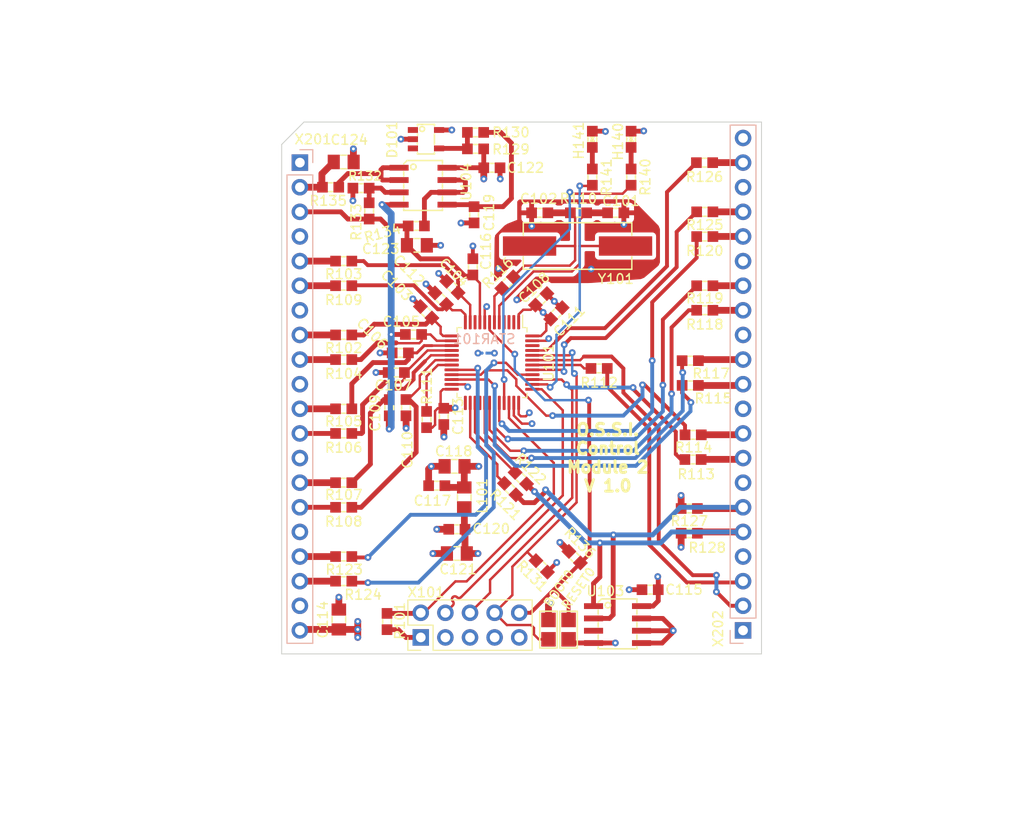
<source format=kicad_pcb>
(kicad_pcb (version 20221018) (generator pcbnew)
  (layers (0 "F.Cu" signal) (1 "In1.Cu" signal) (2 "In2.Cu" signal) (31 "B.Cu" signal) (34 "B.Paste" user) (35 "F.Paste" user) (36 "B.SilkS" user "B.Silkscreen") (37 "F.SilkS" user "F.Silkscreen") (38 "B.Mask" user) (39 "F.Mask" user) (44 "Edge.Cuts" user))
  (net 0 "")
  (net 1 "GND")
  (net 2 "Net-(U101B-PH0{slash}OSC_IN)")
  (net 3 "Net-(C102-Pad2)")
  (net 4 "AGND")
  (net 5 "Net-(U101C-PA1{slash}ADC1_In6)")
  (net 6 "Net-(U101C-PA7{slash}ADC12_In12)")
  (net 7 "Net-(U101C-PA2{slash}ADC12_In7)")
  (net 8 "Net-(U101C-PA3{slash}ADC12_In8)")
  (net 9 "Net-(U101C-PA4{slash}ADC12_In9)")
  (net 10 "+3V3")
  (net 11 "Net-(U101C-PA5{slash}ADC12_In10)")
  (net 12 "Net-(U101C-PA6{slash}ADC12_In11)")
  (net 13 "Net-(U101C-PB0{slash}ADC12_In15)")
  (net 14 "2V50_REF")
  (net 15 "Net-(C119-Pad2)")
  (net 16 "1V25_REF")
  (net 19 "Net-(D101-K)")
  (net 20 "Net-(H140-PadA)")
  (net 21 "Net-(H141-PadA)")
  (net 22 "DC_Link_Voltage")
  (net 23 "AC_Grid_Voltage")
  (net 24 "AC_Current")
  (net 25 "AC_Relay_Voltage")
  (net 26 "DC_Input_Voltage")
  (net 27 "DC_Current")
  (net 28 "AC_Inverter_Voltage")
  (net 29 "Relay_Ctrl_Voltage")
  (net 30 "Net-(U101A-PB1)")
  (net 31 "UART_TX")
  (net 32 "Net-(U101A-PB6{slash}UART1_TX)")
  (net 33 "HISIDE_PWM_µC")
  (net 34 "Boost_T1")
  (net 35 "Net-(U101A-PB10{slash}T2Ch3)")
  (net 36 "Relay_Voltage_Ctrl")
  (net 37 "Net-(U101A-PB11{slash}T2Ch4)")
  (net 38 "Net-(U101B-PH1{slash}OSC_OUT)")
  (net 39 "Net-(U101A-PA8{slash}T1Ch1)")
  (net 40 "Bridge_T1")
  (net 41 "Net-(U101A-PA9{slash}T1Ch2)")
  (net 42 "Bridge_T2")
  (net 43 "Net-(U101A-PA10{slash}T1Ch3)")
  (net 44 "Bridge_T3")
  (net 45 "Net-(U101A-PA11{slash}T1Ch4)")
  (net 46 "Bridge_T4")
  (net 47 "Net-(U101A-PB13{slash}I2C2_CLK)")
  (net 48 "I2C_Clk")
  (net 49 "Net-(U101A-PB14{slash}I2C2_DAT)")
  (net 50 "I2C_Dat")
  (net 51 "Net-(U101A-PB2)")
  (net 52 "LED_Red_Ctrl")
  (net 53 "Net-(U101A-PB4)")
  (net 54 "LED_Green_Ctrl")
  (net 55 "Net-(U101A-PB5)")
  (net 56 "Inv_Relay_Ctrl")
  (net 57 "Net-(U101A-PB8)")
  (net 58 "Grid_Relay_Ctrl")
  (net 59 "Net-(U101A-PA12)")
  (net 60 "Net-(R132-Pad1)")
  (net 61 "Net-(R134-Pad1)")
  (net 62 "Net-(R135-Pad1)")
  (net 63 "Net-(U101A-PA15)")
  (net 70 "/SWD_DIO{slash}PA13")
  (net 71 "/TRACE_SWO{slash}PB3")
  (net 72 "/SWD_CLK{slash}PA14")
  (net 73 "UART_RX")
  (net 75 "Net-(U101B-PH3{slash}BOOT0)")
  (net 76 "Net-(U101B-~{RST})")
  (net 79 "+3V3_ANA")
  (footprint "OSSI_standard_footprints:0603_W" (layer "F.Cu") (at 144.325 119.125 135)
    (fp_text reference "R131")
    (fp_text value "10k")
  )
  (footprint "OSSI_standard_footprints:0603_W" (layer "F.Cu") (at 153.55 78.9658 90)
    (fp_text reference "R140")
    (fp_text value "220")
  )
  (footprint "OSSI_standard_footprints:0603_W_LED" (layer "F.Cu") (at 153.55 75.0658 90)
    (fp_text reference "H140")
    (fp_text value "LED")
  )
  (footprint "OSSI_standard_footprints:0603_W" (layer "F.Cu") (at 144.125 82.650001)
    (fp_text reference "C102")
    (fp_text value "12p")
  )
  (footprint "OSSI_standard_footprints:0603_W" (layer "F.Cu") (at 123.9 120.65 180)
    (fp_text reference "R124")
    (fp_text value "220")
  )
  (footprint "OSSI_standard_footprints:SOT-23-5" (layer "F.Cu") (at 132.3882 75.054 -90)
    (fp_text reference "D101")
    (fp_text value "LM4030")
  )
  (footprint "OSSI_standard_footprints:0603_W" (layer "F.Cu") (at 159.95 105.554 180)
    (fp_text reference "R114")
    (fp_text value "220")
  )
  (footprint "OSSI_standard_footprints:0603_W" (layer "F.Cu") (at 125.6882 80.104 180)
    (fp_text reference "R132")
    (fp_text value "1k0")
  )
  (footprint "OSSI_standard_footprints:JUMPER_OPEN" (layer "F.Cu") (at 147.1 125.65 90)
    (fp_text reference "RESET0")
    (fp_text value "Solder_bridge_open" hide)
  )
  (footprint "OSSI_standard_footprints:0603_W" (layer "F.Cu") (at 159.65 100.454 180)
    (fp_text reference "R115")
    (fp_text value "220")
  )
  (footprint "OSSI_standard_footprints:0603_W" (layer "F.Cu") (at 123.9 102.87)
    (fp_text reference "R105")
    (fp_text value "220")
  )
  (footprint "OSSI_standard_footprints:0603_W" (layer "F.Cu") (at 155.5118 121.529001)
    (fp_text reference "C115")
    (fp_text value "100n")
  )
  (footprint "OSSI_standard_footprints:0603_W" (layer "F.Cu") (at 123.9 118.11 180)
    (fp_text reference "R123")
    (fp_text value "220")
  )
  (footprint "OSSI_standard_footprints:0603_W" (layer "F.Cu") (at 140.8 89.85 45)
    (fp_text reference "R116")
    (fp_text value "0R0")
  )
  (footprint "OSSI_standard_footprints:0603_W" (layer "F.Cu") (at 141.075 111.15 -45)
    (fp_text reference "R121")
    (fp_text value "220")
  )
  (footprint "OSSI_standard_footprints:0603_W" (layer "F.Cu") (at 129.7382 97.1)
    (fp_text reference "C106")
    (fp_text value "10n")
  )
  (footprint "OSSI_standard_footprints:0805_W" (layer "F.Cu") (at 136.3368 112.004 -90)
    (fp_text reference "L101")
    (fp_text value "Ferrite")
  )
  (footprint "OSSI_standard_footprints:0603_W" (layer "F.Cu") (at 159.55 113.154)
    (fp_text reference "R127")
    (fp_text value "4k7")
  )
  (footprint "OSSI_standard_footprints:0603_W" (layer "F.Cu") (at 123.9 95.25)
    (fp_text reference "R102")
    (fp_text value "220")
  )
  (footprint "OSSI_standard_footprints:0603_W" (layer "F.Cu") (at 123.9 97.79)
    (fp_text reference "R104")
    (fp_text value "220")
  )
  (footprint "OSSI_standard_footprints:0603_W" (layer "F.Cu") (at 123.9 90.17)
    (fp_text reference "R109")
    (fp_text value "220")
  )
  (footprint "OSSI_standard_footprints:0603_W" (layer "F.Cu") (at 133.907303 91.507303 -45)
    (fp_text reference "C112")
    (fp_text value "10n")
  )
  (footprint "OSSI_standard_footprints:0603_W" (layer "F.Cu") (at 161.15 92.7)
    (fp_text reference "R118")
    (fp_text value "220")
  )
  (footprint "OSSI_standard_footprints:0603_W" (layer "F.Cu") (at 123.9 105.41)
    (fp_text reference "R106")
    (fp_text value "220")
  )
  (footprint "OSSI_standard_footprints:0603_W" (layer "F.Cu") (at 137.225 88.225 -90)
    (fp_text reference "C116")
    (fp_text value "100n")
  )
  (footprint "OSSI_standard_footprints:0603_W" (layer "F.Cu") (at 135.575 115.2974)
    (fp_text reference "C120")
    (fp_text value "100n")
  )
  (footprint "OSSI_standard_footprints:SOIC8" (layer "F.Cu") (at 132.0882 79.904 -90)
    (fp_text reference "U104")
    (fp_text value "OPA2317")
  )
  (footprint "OSSI_standard_footprints:0603_W" (layer "F.Cu") (at 161.15 90.175)
    (fp_text reference "R119")
    (fp_text value "220")
  )
  (footprint "OSSI_standard_footprints:0805_W" (layer "F.Cu") (at 123.9 77.404 180)
    (fp_text reference "C124")
    (fp_text value "1µ/6.3V")
  )
  (footprint "OSSI_standard_footprints:0603_W" (layer "F.Cu") (at 142.175 110.025 -45)
    (fp_text reference "R122")
    (fp_text value "220")
  )
  (footprint "OSSI_standard_footprints:0603_W" (layer "F.Cu") (at 131.3882 84.004 180)
    (fp_text reference "R134")
    (fp_text value "220")
  )
  (footprint "OSSI_standard_footprints:0603_W" (layer "F.Cu") (at 131.1 95.2)
    (fp_text reference "C105")
    (fp_text value "10n")
  )
  (footprint "OSSI_standard_footprints:JUMPER_OPEN" (layer "F.Cu") (at 145.025 125.65 -90)
    (fp_text reference "BOOT0")
    (fp_text value "Solder_bridge_open")
  )
  (footprint "OSSI_standard_footprints:0603_W" (layer "F.Cu") (at 126.5264 82.454 -90)
    (fp_text reference "R133")
    (fp_text value "1k0")
  )
  (footprint "OSSI_standard_footprints:0603_W" (layer "F.Cu") (at 161.15 85.1)
    (fp_text reference "R120")
    (fp_text value "220")
  )
  (footprint "OSSI_standard_footprints:SOIC8" (layer "F.Cu") (at 152.150001 125.129 -90)
    (fp_text reference "U103")
    (fp_text value "LM75B")
  )
  (footprint "OSSI_standard_footprints:0603_W" (layer "F.Cu") (at 137.5 76.054 180)
    (fp_text reference "R129")
    (fp_text value "3k3")
  )
  (footprint "OSSI_standard_footprints:0603_W" (layer "F.Cu") (at 123.9 110.49)
    (fp_text reference "R107")
    (fp_text value "220")
  )
  (footprint "OSSI_standard_footprints:0603_W_LED" (layer "F.Cu") (at 149.55 75.0658 90)
    (fp_text reference "H141")
    (fp_text value "LED")
  )
  (footprint "OSSI_standard_footprints:0603_W" (layer "F.Cu") (at 122.55 80.01 180)
    (fp_text reference "R135")
    (fp_text value "220")
  )
  (footprint "OSSI_standard_footprints:0603_W" (layer "F.Cu") (at 128.6 102.754 90)
    (fp_text reference "C109")
    (fp_text value "10n")
  )
  (footprint "OSSI_standard_footprints:0603_W" (layer "F.Cu") (at 148.125 82.65 180)
    (fp_text reference "R110")
    (fp_text value "1M0")
  )
  (footprint "OSSI_standard_footprints:0603_W" (layer "F.Cu") (at 159.9368 108.1 180)
    (fp_text reference "R113")
    (fp_text value "220")
  )
  (footprint "OSSI_standard_footprints:0603_W" (layer "F.Cu") (at 132.45 103.975 90)
    (fp_text reference "R111")
    (fp_text value "10k")
  )
  (footprint "OSSI_standard_footprints:0805_W" (layer "F.Cu") (at 123.4 124.604 -90)
    (fp_text reference "C114")
    (fp_text value "1µ/6.3V")
  )
  (footprint "OSSI_standard_footprints:0603_W" (layer "F.Cu") (at 134.225 103.65 90)
    (fp_text reference "C113")
    (fp_text value "100n")
  )
  (footprint "OSSI_standard_footprints:0603_W" (layer "F.Cu") (at 123.9 113.03)
    (fp_text reference "R108")
    (fp_text value "220")
  )
  (footprint "OSSI_standard_footprints:0603_W" (layer "F.Cu") (at 161.125 77.475)
    (fp_text reference "R126")
    (fp_text value "220")
  )
  (footprint "OSSI_standard_footprints:0603_W" (layer "F.Cu") (at 132.407303 92.907303 -45)
    (fp_text reference "C103")
    (fp_text value "10n")
  )
  (footprint "Package_QFP:LQFP-48_7x7mm_P0.5mm" (layer "F.Cu") (at 139.2 98.1 -90)
    (fp_text reference "U101")
    (fp_text value "STM32L412C8T6")
  )
  (footprint "OSSI_standard_footprints:HC49_US" (layer "F.Cu") (at 148.025 86.075 180)
    (fp_text reference "Y101")
    (fp_text value "10MHz" hide)
  )
  (footprint "OSSI_standard_footprints:0603_W" (layer "F.Cu") (at 149.55 78.9658 90)
    (fp_text reference "R141")
    (fp_text value "220")
  )
  (footprint "OSSI_standard_footprints:0603_W" (layer "F.Cu") (at 144.272103 91.575 -135)
    (fp_text reference "C108")
    (fp_text value "100n")
  )
  (footprint "OSSI_standard_footprints:0603_W" (layer "F.Cu") (at 159.55 115.704)
    (fp_text reference "R128")
    (fp_text value "4k7")
  )
  (footprint "OSSI_standard_footprints:0603_W" (layer "F.Cu") (at 130.325 102.75 90)
    (fp_text reference "C110")
    (fp_text value "10n")
  )
  (footprint "Connector_PinHeader_2.54mm:PinHeader_2x05_P2.54mm_Vertical" (layer "F.Cu") (at 131.85 126.454 90)
    (fp_text reference "X101")
    (fp_text value "PINHEADER_2×5" hide)
  )
  (footprint "OSSI_standard_footprints:0603_W" (layer "F.Cu") (at 135.107303 90.307303 -45)
    (fp_text reference "C104")
    (fp_text value "10n")
  )
  (footprint "OSSI_standard_footprints:0603_W" (layer "F.Cu") (at 161.15 82.55)
    (fp_text reference "R125")
    (fp_text value "220")
  )
  (footprint "OSSI_standard_footprints:0603_W" (layer "F.Cu") (at 147.725 118.175 -45)
    (fp_text reference "R136")
    (fp_text value "10k")
  )
  (footprint "OSSI_standard_footprints:0603_W" (layer "F.Cu") (at 137.5 74.354)
    (fp_text reference "R130")
    (fp_text value "220")
  )
  (footprint "OSSI_standard_footprints:0603_W" (layer "F.Cu") (at 129.325 99.125)
    (fp_text reference "C107")
    (fp_text value "10n")
  )
  (footprint "OSSI_standard_footprints:0805_W" (layer "F.Cu") (at 131.45 86.004 180)
    (fp_text reference "C123")
    (fp_text value "1µ/6.3V")
  )
  (footprint "OSSI_standard_footprints:0603_W" (layer "F.Cu") (at 133.5 110.8)
    (fp_text reference "C117")
    (fp_text value "100n")
  )
  (footprint "OSSI_standard_footprints:0603_W" (layer "F.Cu") (at 137.35 82.854 90)
    (fp_text reference "C119")
    (fp_text value "10n")
  )
  (footprint "OSSI_standard_footprints:0805_W" (layer "F.Cu") (at 135.3368 108.804)
    (fp_text reference "C118")
    (fp_text value "1µ/6.3V")
  )
  (footprint "OSSI_standard_footprints:0603_W" (layer "F.Cu") (at 123.9 87.63)
    (fp_text reference "R103")
    (fp_text value "220")
  )
  (footprint "OSSI_standard_footprints:0603_W" (layer "F.Cu") (at 150.25 98.704)
    (fp_text reference "R112")
    (fp_text value "220")
  )
  (footprint "OSSI_standard_footprints:0603_W" (layer "F.Cu") (at 151.963199 82.65 180)
    (fp_text reference "C101")
    (fp_text value "12p")
  )
  (footprint "OSSI_standard_footprints:0603_W" (layer "F.Cu") (at 145.85 93.025 -135)
    (fp_text reference "C111")
    (fp_text value "100n")
  )
  (footprint "OSSI_standard_footprints:0603_W" (layer "F.Cu") (at 128.37 124.814 90)
    (fp_text reference "R101")
    (fp_text value "10k")
  )
  (footprint "OSSI_standard_footprints:0603_W" (layer "F.Cu") (at 159.65 97.904)
    (fp_text reference "R117")
    (fp_text value "220")
  )
  (footprint "OSSI_standard_footprints:0603_W" (layer "F.Cu") (at 139.1882 78.004 180)
    (fp_text reference "C122")
    (fp_text value "100n")
  )
  (footprint "OSSI_standard_footprints:0805_W" (layer "F.Cu") (at 135.575 117.7974)
    (fp_text reference "C121")
    (fp_text value "1µ/6.3V")
  )
  (footprint "Connector_PinHeader_2.54mm:PinHeader_1x20_P2.54mm_Vertical" (layer "B.Cu") (at 119.38 77.47 180)
    (fp_text reference "X201")
    (fp_text value "Conn_01x20_Pin")
  )
  (footprint "OSSI_standard_footprints:STARPOINT" (layer "B.Cu") (at 138.4 97.125)
    (fp_text reference "STAR101")
    (fp_text value "STARPOINT")
  )
  (footprint "Connector_PinHeader_2.54mm:PinHeader_1x21_P2.54mm_Vertical" (layer "B.Cu") (at 165.1 125.73)
    (fp_text reference "X202")
    (fp_text value "Conn_01x21_Pin")
  )
  (gr_line (start 119.8 73.286) (end 167 73.286) (stroke (width 0.1)) (layer "Edge.Cuts"))
  (gr_line (start 117.5 128.15) (end 117.5 75.6) (stroke (width 0.1)) (layer "Edge.Cuts"))
  (gr_line (start 167 128.15) (end 117.5 128.15) (stroke (width 0.1)) (layer "Edge.Cuts"))
  (gr_line (start 117.5 75.6) (end 119.8 73.286) (stroke (width 0.1)) (layer "Edge.Cuts"))
  (gr_line (start 167 73.286) (end 167 128.15) (stroke (width 0.1)) (layer "Edge.Cuts"))
  (gr_text "O.S.S.I.\nControl\nModule 2\nV 1.0" (at 151.15 111.525) (layer "F.SilkS") (effects (font (size 1.2 1.2) (thickness 0.3) bold) (justify bottom)))
  (segment (start 144.8648 91.0148) (end 145.625 91.775) (width 0.4) (layer "F.Cu") (net 1))
  (segment (start 134.7368 115.2974) (end 133.5 115.2974) (width 0.7) (layer "F.Cu") (net 1))
  (segment (start 134.225 105.75) (end 134.25 105.775) (width 0.7) (layer "F.Cu") (net 1))
  (segment (start 135.0375 100.35) (end 136.45 100.35) (width 0.25) (layer "F.Cu") (net 1))
  (segment (start 143.3 84.025) (end 143.3 82.663201) (width 0.4) (layer "F.Cu") (net 1))
  (segment (start 144.917697 119.682303) (end 145.875 118.725) (width 0.4) (layer "F.Cu") (net 1))
  (segment (start 152.8 83.85) (end 152.801399 83.848601) (width 0.4) (layer "F.Cu") (net 1))
  (segment (start 140.65 84.025) (end 143.3 84.025) (width 0.25) (layer "F.Cu") (net 1))
  (segment (start 157.8 125.729) (end 157.8 125.479) (width 0.5) (layer "F.Cu") (net 1))
  (segment (start 156.815 124.494) (end 154.625 124.494) (width 0.5) (layer "F.Cu") (net 1))
  (segment (start 151.925 127.025) (end 150.875 127.025) (width 0.5) (layer "F.Cu") (net 1))
  (segment (start 144.8245 95.85) (end 145.05 95.6245) (width 0.25) (layer "F.Cu") (net 1))
  (segment (start 157.8 125.729) (end 157.8 125.979) (width 0.5) (layer "F.Cu") (net 1))
  (segment (start 146.282303 92.432303) (end 145.625 91.775) (width 0.4) (layer "F.Cu") (net 1))
  (segment (start 156.745 127.034) (end 154.625 127.034) (width 0.5) (layer "F.Cu") (net 1))
  (segment (start 157.765 125.764) (end 157.8 125.729) (width 0.5) (layer "F.Cu") (net 1))
  (segment (start 123.4 123.579) (end 123.4 122.304) (width 0.7) (layer "F.Cu") (net 1))
  (segment (start 143.325 104.4) (end 142.288604 104.4) (width 0.25) (layer "F.Cu") (net 1))
  (segment (start 157.8 125.479) (end 156.815 124.494) (width 0.5) (layer "F.Cu") (net 1))
  (segment (start 134.55 117.7974) (end 133.1 117.7974) (width 0.7) (layer "F.Cu") (net 1))
  (segment (start 152.801399 83.848601) (end 152.801399 82.65) (width 0.4) (layer "F.Cu") (net 1))
  (segment (start 157.8 125.979) (end 156.745 127.034) (width 0.5) (layer "F.Cu") (net 1))
  (segment (start 154.625 125.764) (end 157.765 125.764) (width 0.5) (layer "F.Cu") (net 1))
  (segment (start 150.875 127.025) (end 147.475 127.025) (width 0.5) (layer "F.Cu") (net 1))
  (segment (start 139.65 85.025) (end 140.65 84.025) (width 0.25) (layer "F.Cu") (net 1))
  (segment (start 153.55 74.2276) (end 154.8264 74.2276) (width 0.5) (layer "F.Cu") (net 1))
  (segment (start 150.875 127.025) (end 149.684 127.025) (width 0.5) (layer "F.Cu") (net 1))
  (segment (start 154.8264 74.2276) (end 154.85 74.204) (width 0.5) (layer "F.Cu") (net 1))
  (segment (start 136.45 100.35) (end 136.7 100.6) (width 0.25) (layer "F.Cu") (net 1))
  (segment (start 139.65 88.175) (end 139.65 85.025) (width 0.25) (layer "F.Cu") (net 1))
  (segment (start 139.875 88.4) (end 139.65 88.175) (width 0.25) (layer "F.Cu") (net 1))
  (segment (start 149.55 74.2276) (end 150.8736 74.2276) (width 0.5) (layer "F.Cu") (net 1))
  (segment (start 134.225 104.4882) (end 134.225 105.75) (width 0.7) (layer "F.Cu") (net 1))
  (segment (start 154.6736 121.529) (end 153.35 121.529) (width 0.5) (layer "F.Cu") (net 1))
  (segment (start 143.3625 95.85) (end 144.8245 95.85) (width 0.25) (layer "F.Cu") (net 1))
  (segment (start 150.8736 74.2276) (end 150.9 74.254) (width 0.5) (layer "F.Cu") (net 1))
  (segment (start 142.288604 104.4) (end 141.45 103.561396) (width 0.25) (layer "F.Cu") (net 1))
  (segment (start 141.45 103.561396) (end 141.45 102.2625) (width 0.25) (layer "F.Cu") (net 1))
  (via (at 151.925 127.025) (size 0.7) (drill 0.3) (layers "F.Cu" "B.Cu") (net 1))
  (via (at 152.8 83.85) (size 0.7) (drill 0.3) (layers "F.Cu" "B.Cu") (net 1))
  (via (at 145.05 95.6245) (size 0.7) (drill 0.3) (layers "F.Cu" "B.Cu") (net 1))
  (via (at 133.1 117.7974) (size 0.7) (drill 0.3) (layers "F.Cu" "B.Cu") (net 1))
  (via (at 136.7 100.6) (size 0.7) (drill 0.3) (layers "F.Cu" "B.Cu") (net 1))
  (via (at 141.75 91.625) (size 0.7) (drill 0.3) (layers "F.Cu" "B.Cu") (net 1))
  (via (at 149.425 88.45) (size 0.7) (drill 0.3) (layers "F.Cu" "B.Cu") (net 1))
  (via (at 145.875 118.725) (size 0.7) (drill 0.3) (layers "F.Cu" "B.Cu") (net 1))
  (via (at 134.25 105.775) (size 0.7) (drill 0.3) (layers "F.Cu" "B.Cu") (net 1))
  (via (at 154.85 74.204) (size 0.7) (drill 0.3) (layers "F.Cu" "B.Cu") (net 1))
  (via (at 139.45 97.125) (size 0.7) (drill 0.3) (layers "F.Cu" "B.Cu") (net 1))
  (via (at 139.875 88.4) (size 0.7) (drill 0.3) (layers "F.Cu" "B.Cu") (net 1))
  (via (at 143.3 84.025) (size 0.7) (drill 0.3) (layers "F.Cu" "B.Cu") (net 1))
  (via (at 133.5 115.2974) (size 0.7) (drill 0.3) (layers "F.Cu" "B.Cu") (net 1))
  (via (at 153.35 121.529) (size 0.7) (drill 0.3) (layers "F.Cu" "B.Cu") (net 1))
  (via (at 123.4 122.304) (size 0.7) (drill 0.3) (layers "F.Cu" "B.Cu") (net 1))
  (via (at 157.9 125.754) (size 0.7) (drill 0.3) (layers "F.Cu" "B.Cu") (net 1))
  (via (at 143.325 104.4) (size 0.7) (drill 0.3) (layers "F.Cu" "B.Cu") (net 1))
  (via (at 150.9 74.254) (size 0.7) (drill 0.3) (layers "F.Cu" "B.Cu") (net 1))
  (via (at 145.625 91.775) (size 0.7) (drill 0.3) (layers "F.Cu" "B.Cu") (net 1))
  (segment (start 138.7 97.125) (end 139.3 97.125) (width 0.3) (layer "B.Cu") (net 1))
  (segment (start 147.45 88.7) (end 148.225 87.925) (width 0.25) (layer "F.Cu") (net 2))
  (segment (start 148.225 86.075) (end 152.975 86.075) (width 0.25) (layer "F.Cu") (net 2))
  (segment (start 148.225 86.075) (end 148.225 83.3882) (width 0.25) (layer "F.Cu") (net 2))
  (segment (start 139.95 92.236396) (end 143.486396 88.7) (width 0.25) (layer "F.Cu") (net 2))
  (segment (start 143.486396 88.7) (end 147.45 88.7) (width 0.25) (layer "F.Cu") (net 2))
  (segment (start 148.963201 82.65) (end 151.124999 82.65) (width 0.7) (layer "F.Cu") (net 2))
  (segment (start 139.95 93.9375) (end 139.95 92.236396) (width 0.25) (layer "F.Cu") (net 2))
  (segment (start 148.225 87.925) (end 148.225 86.075) (width 0.25) (layer "F.Cu") (net 2))
  (segment (start 148.225 83.3882) (end 148.9632 82.65) (width 0.25) (layer "F.Cu") (net 2))
  (segment (start 143.075 86.075) (end 147.75 86.075) (width 0.25) (layer "F.Cu") (net 3))
  (segment (start 147.75 86.075) (end 147.775 86.1) (width 0.25) (layer "F.Cu") (net 3))
  (segment (start 147.225 88.1) (end 142.55 88.1) (width 0.25) (layer "F.Cu") (net 3))
  (segment (start 142.55 88.1) (end 141.392697 89.257303) (width 0.25) (layer "F.Cu") (net 3))
  (segment (start 147.775 87.55) (end 147.225 88.1) (width 0.25) (layer "F.Cu") (net 3))
  (segment (start 147.775 86.1) (end 147.775 87.55) (width 0.25) (layer "F.Cu") (net 3))
  (segment (start 147.75 86.075) (end 147.775 86.05) (width 0.25) (layer "F.Cu") (net 3))
  (segment (start 144.9632 82.650001) (end 147.2868 82.65) (width 0.7) (layer "F.Cu") (net 3))
  (segment (start 147.775 86.05) (end 147.775 83.1382) (width 0.25) (layer "F.Cu") (net 3))
  (segment (start 147.775 83.1382) (end 147.2868 82.65) (width 0.25) (layer "F.Cu") (net 3))
  (segment (start 127.855 81.809) (end 127.85 81.804) (width 0.5) (layer "F.Cu") (net 4))
  (segment (start 137.225 87.3) (end 137.225 86.075) (width 0.4) (layer "F.Cu") (net 4))
  (segment (start 137.35 83.6922) (end 136.0118 83.6922) (width 0.5) (layer "F.Cu") (net 4))
  (segment (start 132.9368 108.804) (end 132.6618 109.079) (width 0.7) (layer "F.Cu") (net 4))
  (segment (start 131.814606 92.314606) (end 131.028445 91.528445) (width 0.5) (layer "F.Cu") (net 4))
  (segment (start 133.349961 90.949962) (end 132.387023 89.987024) (width 0.5) (layer "F.Cu") (net 4))
  (segment (start 134.3118 108.804) (end 132.9368 108.804) (width 0.7) (layer "F.Cu") (net 4))
  (segment (start 129.9691 95.2) (end 128.8309 95.2) (width 0.5) (layer "F.Cu") (net 4))
  (segment (start 138.45 93.9375) (end 138.45 92.525) (width 0.25) (layer "F.Cu") (net 4))
  (segment (start 130.343523 104.875) (end 130.325 103.5882) (width 0.7) (layer "F.Cu") (net 4))
  (segment (start 138.45 92.525) (end 138.65 92.325) (width 0.25) (layer "F.Cu") (net 4))
  (segment (start 132.475 86.004) (end 133.9 86.004) (width 0.5) (layer "F.Cu") (net 4))
  (segment (start 129.6132 81.809) (end 127.855 81.809) (width 0.5) (layer "F.Cu") (net 4))
  (segment (start 127.225 99.125) (end 128.4868 99.125) (width 0.5) (layer "F.Cu") (net 4))
  (segment (start 124.85 80.104) (end 124.85 81.404) (width 0.5) (layer "F.Cu") (net 4))
  (segment (start 133.7382 74.104) (end 135.05 74.104) (width 0.5) (layer "F.Cu") (net 4))
  (segment (start 132.6618 109.079) (end 132.6618 110.8) (width 0.7) (layer "F.Cu") (net 4))
  (segment (start 128.9 97.1) (end 127.65 97.1) (width 0.5) (layer "F.Cu") (net 4))
  (segment (start 128.6 103.5922) (end 128.6 104.954) (width 0.7) (layer "F.Cu") (net 4))
  (segment (start 131.0382 75.054) (end 129.8 75.054) (width 0.5) (layer "F.Cu") (net 4))
  (segment (start 140.0264 78.004) (end 140.0264 79.1304) (width 0.5) (layer "F.Cu") (net 4))
  (segment (start 124.9 76.054) (end 124.9 77.379) (width 0.7) (layer "F.Cu") (net 4))
  (segment (start 140.0264 79.1304) (end 140.05 79.154) (width 0.5) (layer "F.Cu") (net 4))
  (segment (start 136.0118 83.6922) (end 136 83.704) (width 0.5) (layer "F.Cu") (net 4))
  (segment (start 134.514606 89.714606) (end 133.7 88.9) (width 0.4) (layer "F.Cu") (net 4))
  (via (at 136 83.704) (size 0.7) (drill 0.3) (layers "F.Cu" "B.Cu") (net 4))
  (via (at 137.225 86.075) (size 0.7) (drill 0.3) (layers "F.Cu" "B.Cu") (net 4))
  (via (at 133.9 86.004) (size 0.7) (drill 0.3) (layers "F.Cu" "B.Cu") (net 4))
  (via (at 124.85 81.404) (size 0.7) (drill 0.3) (layers "F.Cu" "B.Cu") (net 4))
  (via (at 133.7 88.9) (size 0.7) (drill 0.3) (layers "F.Cu" "B.Cu") (net 4))
  (via (at 138.65 92.325) (size 0.7) (drill 0.3) (layers "F.Cu" "B.Cu") (net 4))
  (via (at 135.05 74.104) (size 0.7) (drill 0.3) (layers "F.Cu" "B.Cu") (net 4))
  (via (at 130.343523 104.875) (size 0.7) (drill 0.3) (layers "F.Cu" "B.Cu") (net 4))
  (via (at 132.387023 89.987024) (size 0.7) (drill 0.3) (layers "F.Cu" "B.Cu") (net 4))
  (via (at 128.8 95.2) (size 0.7) (drill 0.3) (layers "F.Cu" "B.Cu") (net 4))
  (via (at 127.65 97.1) (size 0.7) (drill 0.3) (layers "F.Cu" "B.Cu") (net 4))
  (via (at 124.9 76.054) (size 0.7) (drill 0.3) (layers "F.Cu" "B.Cu") (net 4))
  (via (at 137.75 97.125) (size 0.7) (drill 0.3) (layers "F.Cu" "B.Cu") (net 4))
  (via (at 131.028445 91.528445) (size 0.7) (drill 0.3) (layers "F.Cu" "B.Cu") (net 4))
  (via (at 132.9368 108.804) (size 0.7) (drill 0.3) (layers "F.Cu" "B.Cu") (net 4))
  (via (at 140.05 79.154) (size 0.7) (drill 0.3) (layers "F.Cu" "B.Cu") (net 4))
  (via (at 127.85 81.804) (size 0.7) (drill 0.3) (layers "F.Cu" "B.Cu") (net 4))
  (via (at 127.225 99.125) (size 0.7) (drill 0.3) (layers "F.Cu" "B.Cu") (net 4))
  (via (at 128.6 104.954) (size 0.7) (drill 0.3) (layers "F.Cu" "B.Cu") (net 4))
  (via (at 129.8 75.054) (size 0.7) (drill 0.3) (layers "F.Cu" "B.Cu") (net 4))
  (segment (start 128.8 104.754) (end 128.8 82.754) (width 0.7) (layer "B.Cu") (net 4))
  (segment (start 128.8 82.754) (end 127.85 81.804) (width 0.7) (layer "B.Cu") (net 4))
  (segment (start 128.6 104.954) (end 128.8 104.754) (width 0.7) (layer "B.Cu") (net 4))
  (segment (start 138.1875 97.125) (end 137.75 97.125) (width 0.3) (layer "B.Cu") (net 4))
  (segment (start 136.95 92.15) (end 135.7 90.9) (width 0.25) (layer "F.Cu") (net 5))
  (segment (start 124.7382 87.63) (end 125.955 87.63) (width 0.4) (layer "F.Cu") (net 5))
  (segment (start 136.95 93.9375) (end 136.95 92.15) (width 0.25) (layer "F.Cu") (net 5))
  (segment (start 135.7 89.5) (end 135.7 90.9) (width 0.4) (layer "F.Cu") (net 5))
  (segment (start 126.375 88.05) (end 134.25 88.05) (width 0.4) (layer "F.Cu") (net 5))
  (segment (start 125.955 87.63) (end 126.375 88.05) (width 0.4) (layer "F.Cu") (net 5))
  (segment (start 134.25 88.05) (end 135.7 89.5) (width 0.4) (layer "F.Cu") (net 5))
  (segment (start 126.65 103.3158) (end 128.05 101.9158) (width 0.5) (layer "F.Cu") (net 6))
  (segment (start 129.025 100.8) (end 128.6 101.225) (width 0.4) (layer "F.Cu") (net 6))
  (segment (start 128.05 101.9158) (end 128.6 101.9158) (width 0.5) (layer "F.Cu") (net 6))
  (segment (start 131.1132 99.840686) (end 130.153886 100.8) (width 0.4) (layer "F.Cu") (net 6))
  (segment (start 131.1132 99.1368) (end 131.1132 99.840686) (width 0.4) (layer "F.Cu") (net 6))
  (segment (start 132.2875 97.9625) (end 131.1132 99.1368) (width 0.4) (layer "F.Cu") (net 6))
  (segment (start 132.9 97.35) (end 135.0375 97.35) (width 0.25) (layer "F.Cu") (net 6))
  (segment (start 132.2875 97.9625) (end 132.9 97.35) (width 0.25) (layer "F.Cu") (net 6))
  (segment (start 124.7382 110.49) (end 126.65 108.5782) (width 0.5) (layer "F.Cu") (net 6))
  (segment (start 126.65 108.5782) (end 126.65 103.3158) (width 0.5) (layer "F.Cu") (net 6))
  (segment (start 130.153886 100.8) (end 129.025 100.8) (width 0.4) (layer "F.Cu") (net 6))
  (segment (start 128.6 101.225) (end 128.6 101.7276) (width 0.4) (layer "F.Cu") (net 6))
  (segment (start 133.6 92.6) (end 134.083706 92.6) (width 0.4) (layer "F.Cu") (net 7))
  (segment (start 124.7832 90.125) (end 131.125 90.125) (width 0.4) (layer "F.Cu") (net 7))
  (segment (start 136 92.7) (end 135.1 92.7) (width 0.25) (layer "F.Cu") (net 7))
  (segment (start 135.1 92.7) (end 134.5 92.1) (width 0.25) (layer "F.Cu") (net 7))
  (segment (start 136.45 93.9375) (end 136.45 93.15) (width 0.25) (layer "F.Cu") (net 7))
  (segment (start 136.45 93.15) (end 136 92.7) (width 0.25) (layer "F.Cu") (net 7))
  (segment (start 134.083706 92.6) (end 134.607303 92.076403) (width 0.4) (layer "F.Cu") (net 7))
  (segment (start 131.125 90.125) (end 133.6 92.6) (width 0.4) (layer "F.Cu") (net 7))
  (segment (start 135.0375 95.35) (end 134.15 95.35) (width 0.25) (layer "F.Cu") (net 8))
  (segment (start 133.9 95.1) (end 133.9 94.4) (width 0.25) (layer "F.Cu") (net 8))
  (segment (start 133.9 94.4) (end 133 93.5) (width 0.25) (layer "F.Cu") (net 8))
  (segment (start 134.15 95.35) (end 133.9 95.1) (width 0.25) (layer "F.Cu") (net 8))
  (segment (start 132.3578 94.1422) (end 133 93.5) (width 0.5) (layer "F.Cu") (net 8))
  (segment (start 124.7382 95.25) (end 125.95 95.25) (width 0.5) (layer "F.Cu") (net 8))
  (segment (start 127.0578 94.1422) (end 132.3578 94.1422) (width 0.5) (layer "F.Cu") (net 8))
  (segment (start 125.95 95.25) (end 127.0578 94.1422) (width 0.5) (layer "F.Cu") (net 8))
  (segment (start 131.9382 95.8618) (end 131.9382 95.2) (width 0.25) (layer "F.Cu") (net 9))
  (segment (start 129.3 96.0658) (end 129.3342 96.1) (width 0.25) (layer "F.Cu") (net 9))
  (segment (start 127.3882 96.0658) (end 125.664 97.79) (width 0.5) (layer "F.Cu") (net 9))
  (segment (start 125.664 97.79) (end 124.7382 97.79) (width 0.5) (layer "F.Cu") (net 9))
  (segment (start 133.5 95.85) (end 132.85 95.2) (width 0.25) (layer "F.Cu") (net 9))
  (segment (start 132.85 95.2) (end 131.9382 95.2) (width 0.25) (layer "F.Cu") (net 9))
  (segment (start 135.0375 95.85) (end 133.5 95.85) (width 0.25) (layer "F.Cu") (net 9))
  (segment (start 129.3 96.0658) (end 127.3882 96.0658) (width 0.5) (layer "F.Cu") (net 9))
  (segment (start 131.7 96.1) (end 131.9382 95.8618) (width 0.25) (layer "F.Cu") (net 9))
  (segment (start 129.3342 96.1) (end 131.7 96.1) (width 0.25) (layer "F.Cu") (net 9))
  (segment (start 136.4132 115.2974) (end 136.4132 117.6106) (width 0.7) (layer "F.Cu") (net 10))
  (segment (start 143.3625 95.35) (end 144.25 95.35) (width 0.25) (layer "F.Cu") (net 10))
  (segment (start 158.7118 117.1422) (end 158.7 117.154) (width 0.7) (layer "F.Cu") (net 10))
  (segment (start 134.1 102.8118) (end 135.3632 102.8118) (width 0.7) (layer "F.Cu") (net 10))
  (segment (start 123.4 125.629) (end 125.35 125.629) (width 0.7) (layer "F.Cu") (net 10))
  (segment (start 134.1 102.8118) (end 133.6132 102.8118) (width 0.25) (layer "F.Cu") (net 10))
  (segment (start 129.5272 125.6522) (end 130.329 126.454) (width 0.5) (layer "F.Cu") (net 10))
  (segment (start 133.325 104.525) (end 133.0368 104.8132) (width 0.25) (layer "F.Cu") (net 10))
  (segment (start 144.8 94.075) (end 144.8 94.8) (width 0.25) (layer "F.Cu") (net 10))
  (segment (start 141.95 93.125) (end 142.425 92.65) (width 0.25) (layer "F.Cu") (net 10))
  (segment (start 155.805 123.224) (end 156.35 122.678999) (width 0.5) (layer "F.Cu") (net 10))
  (segment (start 142.679658 103.645342) (end 142.170342 103.645342) (width 0.25) (layer "F.Cu") (net 10))
  (segment (start 156.35 120.229) (end 156.3 120.179) (width 0.5) (layer "F.Cu") (net 10))
  (segment (start 143.717697 92.167697) (end 144.475 92.925) (width 0.4) (layer "F.Cu") (net 10))
  (segment (start 125.35 125.629) (end 125.35 126.454) (width 0.7) (layer "F.Cu") (net 10))
  (segment (start 158.7118 113.154) (end 158.7118 111.8158) (width 0.7) (layer "F.Cu") (net 10))
  (segment (start 133.9 101.1) (end 133.9 102.6118) (width 0.25) (layer "F.Cu") (net 10))
  (segment (start 158.7118 115.704) (end 158.7118 117.1422) (width 0.7) (layer "F.Cu") (net 10))
  (segment (start 134.15 100.85) (end 133.9 101.1) (width 0.25) (layer "F.Cu") (net 10))
  (segment (start 144.25 95.35) (end 144.8 94.8) (width 0.25) (layer "F.Cu") (net 10))
  (segment (start 143.197103 92.65) (end 143.679406 92.167697) (width 0.25) (layer "F.Cu") (net 10))
  (segment (start 130.329 126.454) (end 131.85 126.454) (width 0.5) (layer "F.Cu") (net 10))
  (segment (start 135.0375 100.85) (end 134.15 100.85) (width 0.25) (layer "F.Cu") (net 10))
  (segment (start 133.6132 102.8118) (end 133.325 103.1) (width 0.25) (layer "F.Cu") (net 10))
  (segment (start 137.75 117.7974) (end 136.6 117.7974) (width 0.7) (layer "F.Cu") (net 10))
  (segment (start 158.7118 111.8158) (end 158.7 111.804) (width 0.7) (layer "F.Cu") (net 10))
  (segment (start 136.35 115.704) (end 136.35 113.0422) (width 0.7) (layer "F.Cu") (net 10))
  (segment (start 156.35 122.678999) (end 156.35 121.529001) (width 0.5) (layer "F.Cu") (net 10))
  (segment (start 145.269477 122.894477) (end 145.025 123.138954) (width 0.7) (layer "F.Cu") (net 10))
  (segment (start 133.325 103.1) (end 133.325 104.525) (width 0.25) (layer "F.Cu") (net 10))
  (segment (start 141.95 93.9375) (end 141.95 93.125) (width 0.25) (layer "F.Cu") (net 10))
  (segment (start 142.425 92.65) (end 143.197103 92.65) (width 0.25) (layer "F.Cu") (net 10))
  (segment (start 156.35 121.529001) (end 156.35 120.229) (width 0.5) (layer "F.Cu") (net 10))
  (segment (start 145.257303 93.617697) (end 144.8 94.075) (width 0.25) (layer "F.Cu") (net 10))
  (segment (start 123.4 125.629) (end 119.565 125.629) (width 0.7) (layer "F.Cu") (net 10))
  (segment (start 125.35 125.629) (end 125.35 124.804) (width 0.7) (layer "F.Cu") (net 10))
  (segment (start 133.0368 104.8132) (end 132.45 104.8132) (width 0.25) (layer "F.Cu") (net 10))
  (segment (start 141.95 103.425) (end 141.95 102.2625) (width 0.25) (layer "F.Cu") (net 10))
  (segment (start 145.025 123.138954) (end 145.025 124.65) (width 0.7) (layer "F.Cu") (net 10))
  (segment (start 128.37 125.6522) (end 129.5272 125.6522) (width 0.5) (layer "F.Cu") (net 10))
  (segment (start 145.167697 93.617697) (end 144.475 92.925) (width 0.4) (layer "F.Cu") (net 10))
  (segment (start 135.3632 102.8118) (end 135.4 102.775) (width 0.25) (layer "F.Cu") (net 10))
  (segment (start 143.05 103.275) (end 142.679658 103.645342) (width 0.25) (layer "F.Cu") (net 10))
  (segment (start 142.170342 103.645342) (end 141.95 103.425) (width 0.25) (layer "F.Cu") (net 10))
  (segment (start 147.132303 117.582303) (end 146.196978 116.646978) (width 0.7) (layer "F.Cu") (net 10))
  (segment (start 154.625 123.224) (end 155.805 123.224) (width 0.5) (layer "F.Cu") (net 10))
  (via (at 137.75 117.7974) (size 0.7) (drill 0.3) (layers "F.Cu" "B.Cu") (net 10))
  (via (at 135.4 102.775) (size 0.7) (drill 0.3) (layers "F.Cu" "B.Cu") (net 10))
  (via (at 125.35 125.629) (size 0.7) (drill 0.3) (layers "F.Cu" "B.Cu") (net 10))
  (via (at 125.35 124.804) (size 0.7) (drill 0.3) (layers "F.Cu" "B.Cu") (net 10))
  (via (at 125.35 126.454) (size 0.7) (drill 0.3) (layers "F.Cu" "B.Cu") (net 10))
  (via (at 156.3 120.179) (size 0.7) (drill 0.3) (layers "F.Cu" "B.Cu") (net 10))
  (via (at 158.7 117.154) (size 0.7) (drill 0.3) (layers "F.Cu" "B.Cu") (net 10))
  (via (at 146.196978 116.646978) (size 0.7) (drill 0.3) (layers "F.Cu" "B.Cu") (net 10))
  (via (at 143.05 103.275) (size 0.7) (drill 0.3) (layers "F.Cu" "B.Cu") (net 10))
  (via (at 145.269477 122.894477) (size 0.7) (drill 0.3) (layers "F.Cu" "B.Cu") (net 10))
  (via (at 144.475 92.925) (size 0.7) (drill 0.3) (layers "F.Cu" "B.Cu") (net 10))
  (via (at 158.7 111.804) (size 0.7) (drill 0.3) (layers "F.Cu" "B.Cu") (net 10))
  (segment (start 135.0375 96.35) (end 133.017604 96.35) (width 0.25) (layer "F.Cu") (net 11))
  (segment (start 126.925 98.1) (end 130.25 98.1) (width 0.5) (layer "F.Cu") (net 11))
  (segment (start 130.5764 97.1) (end 131.45 97.1) (width 0.3) (layer "F.Cu") (net 11))
  (segment (start 130.5764 97.7736) (end 130.5764 97.1) (width 0.5) (layer "F.Cu") (net 11))
  (segment (start 130.25 98.1) (end 130.5764 97.7736) (width 0.5) (layer "F.Cu") (net 11))
  (segment (start 124.7382 102.87) (end 124.7382 100.2868) (width 0.5) (layer "F.Cu") (net 11))
  (segment (start 124.7382 100.2868) (end 126.925 98.1) (width 0.5) (layer "F.Cu") (net 11))
  (segment (start 131.45 97.1) (end 132.2 96.35) (width 0.3) (layer "F.Cu") (net 11))
  (segment (start 132.2 96.35) (end 133.017604 96.35) (width 0.3) (layer "F.Cu") (net 11))
  (segment (start 132.55 96.85) (end 135.0375 96.85) (width 0.25) (layer "F.Cu") (net 12))
  (segment (start 130.275 99.125) (end 132.55 96.85) (width 0.25) (layer "F.Cu") (net 12))
  (segment (start 125.85 102.45) (end 125.85 105.304) (width 0.5) (layer "F.Cu") (net 12))
  (segment (start 125.85 105.304) (end 125.744 105.41) (width 0.5) (layer "F.Cu") (net 12))
  (segment (start 128.15 100.125) (end 129.825 100.125) (width 0.25) (layer "F.Cu") (net 12))
  (segment (start 130.1632 99.7868) (end 130.1632 99.125) (width 0.25) (layer "F.Cu") (net 12))
  (segment (start 128.15 100.125) (end 128.15 100.15) (width 0.5) (layer "F.Cu") (net 12))
  (segment (start 129.825 100.125) (end 130.1632 99.7868) (width 0.25) (layer "F.Cu") (net 12))
  (segment (start 128.15 100.15) (end 125.85 102.45) (width 0.5) (layer "F.Cu") (net 12))
  (segment (start 125.744 105.41) (end 124.7382 105.41) (width 0.5) (layer "F.Cu") (net 12))
  (segment (start 131.375 102.6618) (end 130.625 101.9118) (width 0.5) (layer "F.Cu") (net 13))
  (segment (start 131.375 107.354) (end 131.375 102.6618) (width 0.5) (layer "F.Cu") (net 13))
  (segment (start 125.699 113.03) (end 131.375 107.354) (width 0.5) (layer "F.Cu") (net 13))
  (segment (start 131.75 100.7) (end 130.5382 101.9118) (width 0.25) (layer "F.Cu") (net 13))
  (segment (start 124.7382 113.03) (end 125.699 113.03) (width 0.5) (layer "F.Cu") (net 13))
  (segment (start 133.35 97.85) (end 131.75 99.45) (width 0.25) (layer "F.Cu") (net 13))
  (segment (start 131.75 99.45) (end 131.75 100.7) (width 0.25) (layer "F.Cu") (net 13))
  (segment (start 135.0375 97.85) (end 133.35 97.85) (width 0.25) (layer "F.Cu") (net 13))
  (segment (start 137.95 93.9375) (end 137.95 89.9) (width 0.25) (layer "F.Cu") (net 14))
  (segment (start 126.5264 83.2922) (end 124.3382 83.2922) (width 0.5) (layer "F.Cu") (net 14))
  (segment (start 126.5264 83.2922) (end 127.6922 83.2922) (width 0.5) (layer "F.Cu") (net 14))
  (segment (start 131.821196 87.400196) (end 134.625196 87.400196) (width 0.5) (layer "F.Cu") (net 14))
  (segment (start 136.417697 89.192697) (end 137.242697 89.192697) (width 0.5) (layer "F.Cu") (net 14))
  (segment (start 127.6922 83.2922) (end 128.404 84.004) (width 0.5) (layer "F.Cu") (net 14))
  (segment (start 123.596 82.55) (end 119.464 82.55) (width 0.5) (layer "F.Cu") (net 14))
  (segment (start 137.95 89.9) (end 137.242697 89.192697) (width 0.25) (layer "F.Cu") (net 14))
  (segment (start 134.625196 87.400196) (end 136.417697 89.192697) (width 0.5) (layer "F.Cu") (net 14))
  (segment (start 130.425 86.004) (end 130.425 84.129) (width 0.5) (layer "F.Cu") (net 14))
  (segment (start 130.425 86.004) (end 131.821196 87.400196) (width 0.5) (layer "F.Cu") (net 14))
  (segment (start 124.3382 83.2922) (end 123.596 82.55) (width 0.5) (layer "F.Cu") (net 14))
  (segment (start 128.404 84.004) (end 130.55 84.004) (width 0.5) (layer "F.Cu") (net 14))
  (segment (start 141.2 81.154) (end 140.3382 82.0158) (width 0.5) (layer "F.Cu") (net 15))
  (segment (start 140.1 74.354) (end 141.2 75.454) (width 0.5) (layer "F.Cu") (net 15))
  (segment (start 137.35 82.0158) (end 140.3382 82.0158) (width 0.5) (layer "F.Cu") (net 15))
  (segment (start 141.2 75.454) (end 141.2 81.154) (width 0.5) (layer "F.Cu") (net 15))
  (segment (start 138.3382 74.354) (end 140.1 74.354) (width 0.5) (layer "F.Cu") (net 15))
  (segment (start 134.5632 81.809) (end 137.1432 81.809) (width 0.5) (layer "F.Cu") (net 15))
  (segment (start 121.65 80.0422) (end 121.65 78.629) (width 0.7) (layer "F.Cu") (net 16))
  (segment (start 119.464 80.01) (end 121.5378 80.01) (width 0.7) (layer "F.Cu") (net 16))
  (segment (start 121.65 78.629) (end 122.875 77.404) (width 0.7) (layer "F.Cu") (net 16))
  (segment (start 136.6618 76.054) (end 136.6618 74.354) (width 0.5) (layer "F.Cu") (net 19))
  (segment (start 133.7382 76.004) (end 136.05 76.004) (width 0.5) (layer "F.Cu") (net 19))
  (segment (start 153.55 75.904) (end 153.55 78.1276) (width 0.5) (layer "F.Cu") (net 20))
  (segment (start 149.55 75.904) (end 149.55 78.1276) (width 0.5) (layer "F.Cu") (net 21))
  (segment (start 123.0618 95.25) (end 119.38 95.25) (width 0.7) (layer "F.Cu") (net 22))
  (segment (start 123.0618 87.63) (end 119.464 87.63) (width 0.7) (layer "F.Cu") (net 23))
  (segment (start 123.0618 97.79) (end 119.464 97.79) (width 0.7) (layer "F.Cu") (net 24))
  (segment (start 123.0618 102.87) (end 119.464 102.87) (width 0.7) (layer "F.Cu") (net 25))
  (segment (start 123.0618 105.41) (end 119.484 105.41) (width 0.5) (layer "F.Cu") (net 26))
  (segment (start 123.0618 110.49) (end 119.624 110.49) (width 0.7) (layer "F.Cu") (net 27))
  (segment (start 123.0618 113.03) (end 119.464 113.03) (width 0.5) (layer "F.Cu") (net 28))
  (segment (start 123.0618 90.17) (end 119.124 90.17) (width 0.7) (layer "F.Cu") (net 29))
  (segment (start 135.0375 98.35) (end 133.625 98.35) (width 0.25) (layer "F.Cu") (net 30))
  (segment (start 132.45 99.525) (end 132.45 103.1368) (width 0.25) (layer "F.Cu") (net 30))
  (segment (start 133.625 98.35) (end 132.45 99.525) (width 0.25) (layer "F.Cu") (net 30))
  (segment (start 159.309 120.784) (end 155.425 116.9) (width 0.4) (layer "F.Cu") (net 31))
  (segment (start 164.966 120.784) (end 159.309 120.784) (width 0.4) (layer "F.Cu") (net 31))
  (segment (start 155.425 104.925) (end 151.0882 100.5882) (width 0.4) (layer "F.Cu") (net 31))
  (segment (start 155.425 116.9) (end 155.425 104.925) (width 0.4) (layer "F.Cu") (net 31))
  (segment (start 151.0882 100.5882) (end 151.0882 98.704) (width 0.4) (layer "F.Cu") (net 31))
  (segment (start 148.35 98.35) (end 148.704 98.704) (width 0.25) (layer "F.Cu") (net 32))
  (segment (start 148.704 98.704) (end 149.4118 98.704) (width 0.25) (layer "F.Cu") (net 32))
  (segment (start 143.3625 98.35) (end 148.35 98.35) (width 0.25) (layer "F.Cu") (net 32))
  (segment (start 164.71 108.084) (end 160.791 108.084) (width 0.7) (layer "F.Cu") (net 33))
  (segment (start 164.71 105.544) (end 160.7982 105.544) (width 0.7) (layer "F.Cu") (net 34))
  (segment (start 144.784314 103.575) (end 145.45 103.575) (width 0.25) (layer "F.Cu") (net 35))
  (segment (start 138.05 99.35) (end 138.5 98.9) (width 0.25) (layer "F.Cu") (net 35))
  (segment (start 138.5 98.9) (end 140.775 98.9) (width 0.25) (layer "F.Cu") (net 35))
  (segment (start 159.1118 104.576846) (end 159.1118 105.554) (width 0.4) (layer "F.Cu") (net 35))
  (segment (start 154.934954 100.4) (end 159.1118 104.576846) (width 0.4) (layer "F.Cu") (net 35))
  (segment (start 140.775 98.9) (end 141.709314 99.834314) (width 0.25) (layer "F.Cu") (net 35))
  (segment (start 154.725 100.4) (end 154.934954 100.4) (width 0.4) (layer "F.Cu") (net 35))
  (segment (start 135.0375 99.35) (end 138.05 99.35) (width 0.25) (layer "F.Cu") (net 35))
  (segment (start 141.709314 99.834314) (end 141.709314 100.5) (width 0.25) (layer "F.Cu") (net 35))
  (segment (start 141.709314 100.5) (end 144.784314 103.575) (width 0.25) (layer "F.Cu") (net 35))
  (via (at 145.45 103.575) (size 0.7) (drill 0.3) (layers "F.Cu" "B.Cu") (net 35))
  (via (at 154.725 100.4) (size 0.7) (drill 0.3) (layers "F.Cu" "B.Cu") (net 35))
  (segment (start 154.725 100.4) (end 154.725 101.6) (width 0.4) (layer "B.Cu") (net 35))
  (segment (start 154.725 101.6) (end 152.75 103.575) (width 0.4) (layer "B.Cu") (net 35))
  (segment (start 152.75 103.575) (end 145.45 103.575) (width 0.4) (layer "B.Cu") (net 35))
  (segment (start 164.71 100.464) (end 160.4982 100.464) (width 0.7) (layer "F.Cu") (net 36))
  (segment (start 159.7125 102.1375) (end 158.8118 101.2368) (width 0.4) (layer "F.Cu") (net 37))
  (segment (start 158.8118 101.2368) (end 158.8118 100.454) (width 0.4) (layer "F.Cu") (net 37))
  (segment (start 159.7125 102.2125) (end 159.7125 102.1375) (width 0.4) (layer "F.Cu") (net 37))
  (segment (start 139.475 100.5) (end 138.825 99.85) (width 0.25) (layer "F.Cu") (net 37))
  (segment (start 135.0375 99.85) (end 138.825 99.85) (width 0.25) (layer "F.Cu") (net 37))
  (via (at 139.475 100.5) (size 0.7) (drill 0.3) (layers "F.Cu" "B.Cu") (net 37))
  (via (at 159.7125 102.2125) (size 0.7) (drill 0.3) (layers "F.Cu" "B.Cu") (net 37))
  (segment (start 150.639339 108.725) (end 150.614339 108.75) (width 0.4) (layer "B.Cu") (net 37))
  (segment (start 154.048528 108.75) (end 151.285661 108.75) (width 0.4) (layer "B.Cu") (net 37))
  (segment (start 151.285661 108.75) (end 151.260661 108.725) (width 0.4) (layer "B.Cu") (net 37))
  (segment (start 139.475 106.610661) (end 139.475 100.5) (width 0.4) (layer "B.Cu") (net 37))
  (segment (start 150.614339 108.75) (end 141.614339 108.75) (width 0.4) (layer "B.Cu") (net 37))
  (segment (start 159.675 102.25) (end 159.675 103.123528) (width 0.4) (layer "B.Cu") (net 37))
  (segment (start 141.614339 108.75) (end 139.475 106.610661) (width 0.4) (layer "B.Cu") (net 37))
  (segment (start 159.675 103.123528) (end 154.048528 108.75) (width 0.4) (layer "B.Cu") (net 37))
  (segment (start 159.7125 102.2125) (end 159.675 102.25) (width 0.4) (layer "B.Cu") (net 37))
  (segment (start 151.260661 108.725) (end 150.639339 108.725) (width 0.4) (layer "B.Cu") (net 37))
  (segment (start 139.45 91.25) (end 140.05 90.65) (width 0.25) (layer "F.Cu") (net 38))
  (segment (start 139.45 93.9375) (end 139.45 91.25) (width 0.25) (layer "F.Cu") (net 38))
  (segment (start 138.45 105.375) (end 138.45 102.2625) (width 0.25) (layer "F.Cu") (net 39))
  (segment (start 143.275 107.95) (end 141.025 107.95) (width 0.25) (layer "F.Cu") (net 39))
  (segment (start 158.8118 97.904) (end 158.8118 99.0618) (width 0.4) (layer "F.Cu") (net 39))
  (segment (start 158.8118 99.0618) (end 158.875 99.125) (width 0.4) (layer "F.Cu") (net 39))
  (segment (start 141.025 107.95) (end 138.45 105.375) (width 0.25) (layer "F.Cu") (net 39))
  (via (at 158.875 99.125) (size 0.7) (drill 0.3) (layers "F.Cu" "B.Cu") (net 39))
  (via (at 143.275 107.95) (size 0.7) (drill 0.3) (layers "F.Cu" "B.Cu") (net 39))
  (segment (start 158.875 103.075) (end 158.875 99.125) (width 0.4) (layer "B.Cu") (net 39))
  (segment (start 154 107.95) (end 158.875 103.075) (width 0.4) (layer "B.Cu") (net 39))
  (segment (start 143.275 107.95) (end 154 107.95) (width 0.4) (layer "B.Cu") (net 39))
  (segment (start 165.1 97.79) (end 160.6422 97.79) (width 0.7) (layer "F.Cu") (net 40))
  (segment (start 142.475 107.2) (end 141.1 107.2) (width 0.25) (layer "F.Cu") (net 41))
  (segment (start 159.5 92.7) (end 160.3118 92.7) (width 0.4) (layer "F.Cu") (net 41))
  (segment (start 138.95 105.05) (end 138.95 102.2625) (width 0.25) (layer "F.Cu") (net 41))
  (segment (start 141.1 107.2) (end 138.95 105.05) (width 0.25) (layer "F.Cu") (net 41))
  (segment (start 157.725 94.475) (end 159.5 92.7) (width 0.4) (layer "F.Cu") (net 41))
  (segment (start 157.725 101.325) (end 157.725 94.475) (width 0.4) (layer "F.Cu") (net 41))
  (via (at 157.725 101.325) (size 0.7) (drill 0.3) (layers "F.Cu" "B.Cu") (net 41))
  (via (at 142.475 107.2) (size 0.7) (drill 0.3) (layers "F.Cu" "B.Cu") (net 41))
  (segment (start 153.8 107.2) (end 157.725 103.275) (width 0.4) (layer "B.Cu") (net 41))
  (segment (start 157.725 103.275) (end 157.725 101.325) (width 0.4) (layer "B.Cu") (net 41))
  (segment (start 142.475 107.2) (end 153.8 107.2) (width 0.4) (layer "B.Cu") (net 41))
  (segment (start 165.1 92.71) (end 161.9982 92.71) (width 0.7) (layer "F.Cu") (net 42))
  (segment (start 156.825 100.425) (end 156.825 93.6618) (width 0.4) (layer "F.Cu") (net 43))
  (segment (start 140.839444 105.985556) (end 140.710556 105.985556) (width 0.25) (layer "F.Cu") (net 43))
  (segment (start 139.45 104.725) (end 139.45 102.2625) (width 0.25) (layer "F.Cu") (net 43))
  (segment (start 156.825 93.6618) (end 160.3118 90.175) (width 0.4) (layer "F.Cu") (net 43))
  (segment (start 140.710556 105.985556) (end 139.45 104.725) (width 0.25) (layer "F.Cu") (net 43))
  (via (at 156.825 100.425) (size 0.7) (drill 0.3) (layers "F.Cu" "B.Cu") (net 43))
  (via (at 140.839444 105.985556) (size 0.7) (drill 0.3) (layers "F.Cu" "B.Cu") (net 43))
  (segment (start 153.95 106) (end 156.825 103.125) (width 0.4) (layer "B.Cu") (net 43))
  (segment (start 140.853888 106) (end 153.95 106) (width 0.4) (layer "B.Cu") (net 43))
  (segment (start 140.839444 105.985556) (end 140.853888 106) (width 0.4) (layer "B.Cu") (net 43))
  (segment (start 156.825 103.125) (end 156.825 100.425) (width 0.4) (layer "B.Cu") (net 43))
  (segment (start 165.1 90.17) (end 161.9932 90.17) (width 0.7) (layer "F.Cu") (net 44))
  (segment (start 139.95 104.138) (end 139.95 102.2625) (width 0.25) (layer "F.Cu") (net 45))
  (segment (start 155.725 97.9) (end 155.725 91.873528) (width 0.4) (layer "F.Cu") (net 45))
  (segment (start 155.725 91.873528) (end 160.3118 87.286728) (width 0.4) (layer "F.Cu") (net 45))
  (segment (start 160.3118 87.286728) (end 160.3118 85.1) (width 0.4) (layer "F.Cu") (net 45))
  (segment (start 140.2245 104.4125) (end 139.95 104.138) (width 0.25) (layer "F.Cu") (net 45))
  (via (at 155.725 97.9) (size 0.7) (drill 0.3) (layers "F.Cu" "B.Cu") (net 45))
  (via (at 140.2245 104.4125) (size 0.7) (drill 0.3) (layers "F.Cu" "B.Cu") (net 45))
  (segment (start 140.2245 104.4125) (end 140.962 105.15) (width 0.4) (layer "B.Cu") (net 45))
  (segment (start 155.725 103.15) (end 155.725 97.9) (width 0.4) (layer "B.Cu") (net 45))
  (segment (start 153.725 105.15) (end 155.725 103.15) (width 0.4) (layer "B.Cu") (net 45))
  (segment (start 140.962 105.15) (end 153.725 105.15) (width 0.4) (layer "B.Cu") (net 45))
  (segment (start 165.1 85.09) (end 161.9982 85.09) (width 0.7) (layer "F.Cu") (net 46))
  (segment (start 139.75 108.6) (end 139.75 109.825) (width 0.25) (layer "F.Cu") (net 47))
  (segment (start 136.95 105.8) (end 139.75 108.6) (width 0.25) (layer "F.Cu") (net 47))
  (segment (start 139.75 109.825) (end 140.482303 110.557303) (width 0.25) (layer "F.Cu") (net 47))
  (segment (start 136.95 102.2625) (end 136.95 105.8) (width 0.25) (layer "F.Cu") (net 47))
  (segment (start 151.725 115.875) (end 151.7 115.9) (width 0.5) (layer "F.Cu") (net 48))
  (segment (start 151.7 124.112198) (end 151.318198 124.494) (width 0.5) (layer "F.Cu") (net 48))
  (segment (start 151.7 115.9) (end 151.7 124.112198) (width 0.5) (layer "F.Cu") (net 48))
  (segment (start 144.7255 111.3995) (end 143.575 112.55) (width 0.5) (layer "F.Cu") (net 48))
  (segment (start 144.7255 111.225) (end 144.7255 111.3995) (width 0.5) (layer "F.Cu") (net 48))
  (segment (start 143.575 112.55) (end 142.475 112.55) (width 0.5) (layer "F.Cu") (net 48))
  (segment (start 151.318198 124.494) (end 149.675 124.494) (width 0.5) (layer "F.Cu") (net 48))
  (segment (start 142.475 112.55) (end 141.667697 111.742697) (width 0.5) (layer "F.Cu") (net 48))
  (segment (start 164.71 113.164) (end 160.3982 113.164) (width 0.7) (layer "F.Cu") (net 48))
  (via (at 144.7255 111.225) (size 0.7) (drill 0.3) (layers "F.Cu" "B.Cu") (net 48))
  (via (at 151.725 115.875) (size 0.7) (drill 0.3) (layers "F.Cu" "B.Cu") (net 48))
  (segment (start 151.725 115.875) (end 149.3755 115.875) (width 0.5) (layer "B.Cu") (net 48))
  (segment (start 158.62 113.03) (end 165.1 113.03) (width 0.5) (layer "B.Cu") (net 48))
  (segment (start 151.725 115.875) (end 155.775 115.875) (width 0.5) (layer "B.Cu") (net 48))
  (segment (start 149.3755 115.875) (end 144.7255 111.225) (width 0.5) (layer "B.Cu") (net 48))
  (segment (start 155.775 115.875) (end 158.62 113.03) (width 0.5) (layer "B.Cu") (net 48))
  (segment (start 141.582303 109.432303) (end 137.45 105.3) (width 0.25) (layer "F.Cu") (net 49))
  (segment (start 137.45 105.3) (end 137.45 102.2625) (width 0.25) (layer "F.Cu") (net 49))
  (segment (start 143.559668 111.409668) (end 142.767697 110.617697) (width 0.5) (layer "F.Cu") (net 50))
  (segment (start 164.71 115.704) (end 164.576 115.57) (width 0.7) (layer "F.Cu") (net 50))
  (segment (start 150.325 120.229) (end 149.675 120.879) (width 0.5) (layer "F.Cu") (net 50))
  (segment (start 143.584668 111.409668) (end 143.559668 111.409668) (width 0.5) (layer "F.Cu") (net 50))
  (segment (start 164.576 115.57) (end 160.5222 115.57) (width 0.7) (layer "F.Cu") (net 50))
  (segment (start 150.325 116.704) (end 150.325 120.229) (width 0.5) (layer "F.Cu") (net 50))
  (segment (start 149.675 120.879) (end 149.675 123.224) (width 0.5) (layer "F.Cu") (net 50))
  (via (at 150.325 116.704) (size 0.7) (drill 0.3) (layers "F.Cu" "B.Cu") (net 50))
  (via (at 143.584668 111.409668) (size 0.7) (drill 0.3) (layers "F.Cu" "B.Cu") (net 50))
  (segment (start 150.325 116.704) (end 156.596 116.704) (width 0.5) (layer "B.Cu") (net 50))
  (segment (start 157.73 115.57) (end 165.1 115.57) (width 0.5) (layer "B.Cu") (net 50))
  (segment (start 148.879 116.704) (end 143.584668 111.409668) (width 0.5) (layer "B.Cu") (net 50))
  (segment (start 150.325 116.704) (end 148.879 116.704) (width 0.5) (layer "B.Cu") (net 50))
  (segment (start 156.596 116.704) (end 157.73 115.57) (width 0.5) (layer "B.Cu") (net 50))
  (segment (start 137.725 98.6755) (end 137.5505 98.85) (width 0.25) (layer "F.Cu") (net 51))
  (segment (start 124.8322 118.204) (end 126.4 118.204) (width 0.4) (layer "F.Cu") (net 51))
  (segment (start 137.5505 98.85) (end 135.0375 98.85) (width 0.25) (layer "F.Cu") (net 51))
  (via (at 126.4 118.204) (size 0.7) (drill 0.3) (layers "F.Cu" "B.Cu") (net 51))
  (via (at 137.725 98.6755) (size 0.7) (drill 0.3) (layers "F.Cu" "B.Cu") (net 51))
  (segment (start 137.725 106.825) (end 138.5868 107.6868) (width 0.4) (layer "B.Cu") (net 51))
  (segment (start 137.725 98.6755) (end 137.725 106.825) (width 0.4) (layer "B.Cu") (net 51))
  (segment (start 138.5868 107.6868) (end 138.5868 112.7382) (width 0.4) (layer "B.Cu") (net 51))
  (segment (start 138.5868 112.7382) (end 137.521 113.804) (width 0.4) (layer "B.Cu") (net 51))
  (segment (start 137.521 113.804) (end 130.8 113.804) (width 0.4) (layer "B.Cu") (net 51))
  (segment (start 130.8 113.804) (end 126.4 118.204) (width 0.4) (layer "B.Cu") (net 51))
  (segment (start 123.0618 118.11) (end 119.464 118.11) (width 0.7) (layer "F.Cu") (net 52))
  (segment (start 141.861396 99.35) (end 143.3625 99.35) (width 0.25) (layer "F.Cu") (net 53))
  (segment (start 124.8922 120.804) (end 126.4 120.804) (width 0.4) (layer "F.Cu") (net 53))
  (segment (start 139.4 98.125) (end 140.636396 98.125) (width 0.25) (layer "F.Cu") (net 53))
  (segment (start 140.636396 98.125) (end 141.861396 99.35) (width 0.25) (layer "F.Cu") (net 53))
  (via (at 139.4 98.125) (size 0.7) (drill 0.3) (layers "F.Cu" "B.Cu") (net 53))
  (via (at 126.4 120.804) (size 0.7) (drill 0.3) (layers "F.Cu" "B.Cu") (net 53))
  (segment (start 139.4 98.125) (end 138.6 98.925) (width 0.4) (layer "B.Cu") (net 53))
  (segment (start 138.6 98.925) (end 138.6 106.625) (width 0.4) (layer "B.Cu") (net 53))
  (segment (start 139.375 107.4) (end 139.375 113.025) (width 0.4) (layer "B.Cu") (net 53))
  (segment (start 138.6 106.625) (end 139.375 107.4) (width 0.4) (layer "B.Cu") (net 53))
  (segment (start 139.375 113.025) (end 131.596 120.804) (width 0.4) (layer "B.Cu") (net 53))
  (segment (start 131.596 120.804) (end 126.4 120.804) (width 0.4) (layer "B.Cu") (net 53))
  (segment (start 123.0618 120.65) (end 119.504 120.65) (width 0.7) (layer "F.Cu") (net 54))
  (segment (start 158.25 88.25) (end 158.25 84.6118) (width 0.4) (layer "F.Cu") (net 55))
  (segment (start 158.25 84.6118) (end 160.3118 82.55) (width 0.4) (layer "F.Cu") (net 55))
  (segment (start 146.65 96.25) (end 147.325 95.575) (width 0.4) (layer "F.Cu") (net 55))
  (segment (start 146.4505 98.85) (end 143.3625 98.85) (width 0.25) (layer "F.Cu") (net 55))
  (segment (start 146.625 99.0245) (end 146.4505 98.85) (width 0.25) (layer "F.Cu") (net 55))
  (segment (start 150.925 95.575) (end 158.25 88.25) (width 0.4) (layer "F.Cu") (net 55))
  (segment (start 147.325 95.575) (end 150.925 95.575) (width 0.4) (layer "F.Cu") (net 55))
  (via (at 146.625 99.0245) (size 0.7) (drill 0.3) (layers "F.Cu" "B.Cu") (net 55))
  (via (at 146.65 96.25) (size 0.7) (drill 0.3) (layers "F.Cu" "B.Cu") (net 55))
  (segment (start 146.65 96.25) (end 146.625 96.275) (width 0.25) (layer "B.Cu") (net 55))
  (segment (start 146.625 96.275) (end 146.625 99.0245) (width 0.25) (layer "B.Cu") (net 55))
  (segment (start 165.1 82.55) (end 161.9882 82.55) (width 0.7) (layer "F.Cu") (net 56))
  (segment (start 143.3625 96.85) (end 144.85 96.85) (width 0.25) (layer "F.Cu") (net 57))
  (segment (start 157.25 88.15) (end 150.85 94.55) (width 0.4) (layer "F.Cu") (net 57))
  (segment (start 160.2868 77.475) (end 157.25 80.5118) (width 0.4) (layer "F.Cu") (net 57))
  (segment (start 150.85 94.55) (end 147.15 94.55) (width 0.4) (layer "F.Cu") (net 57))
  (segment (start 144.85 96.85) (end 145.8 95.9) (width 0.25) (layer "F.Cu") (net 57))
  (segment (start 147.15 94.55) (end 145.8 95.9) (width 0.4) (layer "F.Cu") (net 57))
  (segment (start 157.25 80.5118) (end 157.25 88.15) (width 0.4) (layer "F.Cu") (net 57))
  (segment (start 165.1 77.47) (end 161.9682 77.47) (width 0.7) (layer "F.Cu") (net 58))
  (segment (start 147.225 80.525) (end 147.379 80.679) (width 0.25) (layer "F.Cu") (net 59))
  (segment (start 140.45 99.85) (end 140.45 102.2625) (width 0.25) (layer "F.Cu") (net 59))
  (segment (start 152.675 80.679) (end 153.55 79.804) (width 0.25) (layer "F.Cu") (net 59))
  (segment (start 147.379 80.679) (end 152.675 80.679) (width 0.25) (layer "F.Cu") (net 59))
  (via (at 147.225 80.525) (size 0.7) (drill 0.3) (layers "F.Cu" "B.Cu") (net 59))
  (via (at 140.45 99.85) (size 0.7) (drill 0.3) (layers "F.Cu" "B.Cu") (net 59))
  (segment (start 147.225 84.329) (end 147.225 80.525) (width 0.25) (layer "B.Cu") (net 59))
  (segment (start 140.45 99.85) (end 140.375 99.775) (width 0.25) (layer "B.Cu") (net 59))
  (segment (start 140.375 91.179) (end 147.225 84.329) (width 0.25) (layer "B.Cu") (net 59))
  (segment (start 140.375 99.775) (end 140.375 91.179) (width 0.25) (layer "B.Cu") (net 59))
  (segment (start 129.6132 80.539) (end 128.185 80.539) (width 0.5) (layer "F.Cu") (net 60))
  (segment (start 127.75 80.104) (end 126.5264 80.104) (width 0.5) (layer "F.Cu") (net 60))
  (segment (start 126.5264 80.104) (end 126.5264 81.6158) (width 0.5) (layer "F.Cu") (net 60))
  (segment (start 128.185 80.539) (end 127.75 80.104) (width 0.5) (layer "F.Cu") (net 60))
  (segment (start 134.5632 80.539) (end 132.915 80.539) (width 0.5) (layer "F.Cu") (net 61))
  (segment (start 136.265 79.269) (end 134.5632 79.269) (width 0.5) (layer "F.Cu") (net 61))
  (segment (start 136.45 80.304) (end 136.45 79.454) (width 0.5) (layer "F.Cu") (net 61))
  (segment (start 136.45 79.454) (end 136.265 79.269) (width 0.5) (layer "F.Cu") (net 61))
  (segment (start 132.915 80.539) (end 132.2264 81.2276) (width 0.5) (layer "F.Cu") (net 61))
  (segment (start 134.5632 80.539) (end 136.215 80.539) (width 0.5) (layer "F.Cu") (net 61))
  (segment (start 132.2264 81.2276) (end 132.2264 84.004) (width 0.5) (layer "F.Cu") (net 61))
  (segment (start 136.215 80.539) (end 136.45 80.304) (width 0.5) (layer "F.Cu") (net 61))
  (segment (start 127.915 79.269) (end 129.6132 79.269) (width 0.5) (layer "F.Cu") (net 62))
  (segment (start 129.6132 77.999) (end 127.955 77.999) (width 0.5) (layer "F.Cu") (net 62))
  (segment (start 127.75 78.604) (end 127.75 79.104) (width 0.5) (layer "F.Cu") (net 62))
  (segment (start 123.3882 79.554) (end 123.3882 80.01) (width 0.5) (layer "F.Cu") (net 62))
  (segment (start 127.955 77.999) (end 127.75 78.204) (width 0.5) (layer "F.Cu") (net 62))
  (segment (start 127.75 79.104) (end 127.915 79.269) (width 0.5) (layer "F.Cu") (net 62))
  (segment (start 124.3382 78.604) (end 123.3882 79.554) (width 0.5) (layer "F.Cu") (net 62))
  (segment (start 127.75 78.204) (end 127.75 78.604) (width 0.5) (layer "F.Cu") (net 62))
  (segment (start 127.75 78.604) (end 124.3382 78.604) (width 0.5) (layer "F.Cu") (net 62))
  (segment (start 145.2 100.65) (end 144.9 100.35) (width 0.25) (layer "F.Cu") (net 63))
  (segment (start 144.9 100.35) (end 143.3625 100.35) (width 0.25) (layer "F.Cu") (net 63))
  (segment (start 148.25 79.875) (end 149.479 79.875) (width 0.25) (layer "F.Cu") (net 63))
  (via (at 145.2 100.65) (size 0.7) (drill 0.3) (layers "F.Cu" "B.Cu") (net 63))
  (via (at 148.25 79.875) (size 0.7) (drill 0.3) (layers "F.Cu" "B.Cu") (net 63))
  (segment (start 145.85 95.225) (end 148.25 92.825) (width 0.25) (layer "B.Cu") (net 63))
  (segment (start 145.2 100.65) (end 145.85 100) (width 0.25) (layer "B.Cu") (net 63))
  (segment (start 145.85 100) (end 145.85 95.225) (width 0.25) (layer "B.Cu") (net 63))
  (segment (start 148.25 92.825) (end 148.25 79.875) (width 0.25) (layer "B.Cu") (net 63))
  (segment (start 145.575 111.675) (end 136.575 120.675) (width 0.25) (layer "F.Cu") (net 70))
  (segment (start 145.575 108.45) (end 145.575 111.675) (width 0.25) (layer "F.Cu") (net 70))
  (segment (start 140.95 102.2625) (end 140.95 103.825) (width 0.25) (layer "F.Cu") (net 70))
  (segment (start 140.95 103.825) (end 145.575 108.45) (width 0.25) (layer "F.Cu") (net 70))
  (segment (start 136.575 120.675) (end 135.425 120.675) (width 0.25) (layer "F.Cu") (net 70))
  (segment (start 131.7882 123.9758) (end 131.85 123.914) (width 0.5) (layer "F.Cu") (net 70))
  (segment (start 128.37 123.9758) (end 131.7882 123.9758) (width 0.5) (layer "F.Cu") (net 70))
  (segment (start 135.425 120.675) (end 132.186 123.914) (width 0.25) (layer "F.Cu") (net 70))
  (segment (start 153.75 100.825) (end 158.1618 105.2368) (width 0.4) (layer "F.Cu") (net 71))
  (segment (start 146.375 99.85) (end 143.3625 99.85) (width 0.25) (layer "F.Cu") (net 71))
  (segment (start 158.1618 105.2368) (end 158.1618 107.554) (width 0.4) (layer "F.Cu") (net 71))
  (segment (start 139 121.844) (end 136.93 123.914) (width 0.25) (layer "F.Cu") (net 71))
  (segment (start 158.1618 107.554) (end 158.7118 108.104) (width 0.4) (layer "F.Cu") (net 71))
  (segment (start 139 120.51538) (end 139 121.844) (width 0.25) (layer "F.Cu") (net 71))
  (segment (start 147.475 112.04038) (end 139 120.51538) (width 0.25) (layer "F.Cu") (net 71))
  (segment (start 146.9 100.375) (end 147.475 100.95) (width 0.25) (layer "F.Cu") (net 71))
  (segment (start 146.9 100.375) (end 146.375 99.85) (width 0.25) (layer "F.Cu") (net 71))
  (segment (start 153.75 100.677) (end 153.75 100.825) (width 0.4) (layer "F.Cu") (net 71))
  (segment (start 147.475 100.95) (end 147.475 112.04038) (width 0.25) (layer "F.Cu") (net 71))
  (via (at 153.75 100.677) (size 0.7) (drill 0.3) (layers "F.Cu" "B.Cu") (net 71))
  (via (at 146.9 100.375) (size 0.7) (drill 0.3) (layers "F.Cu" "B.Cu") (net 71))
  (segment (start 153.75 100.677) (end 147.202 100.677) (width 0.4) (layer "B.Cu") (net 71))
  (segment (start 147.202 100.677) (end 146.9 100.375) (width 0.4) (layer "B.Cu") (net 71))
  (segment (start 136.002942 122.301056) (end 136.002942 122.299531) (width 0.25) (layer "F.Cu") (net 72))
  (segment (start 134.39 123.914) (end 135.154414 123.149584) (width 0.25) (layer "F.Cu") (net 72))
  (segment (start 144.325 100.85) (end 143.3625 100.85) (width 0.25) (layer "F.Cu") (net 72))
  (segment (start 146.5 103.025) (end 144.325 100.85) (width 0.25) (layer "F.Cu") (net 72))
  (segment (start 136.002942 122.299531) (end 146.5 111.802473) (width 0.25) (layer "F.Cu") (net 72))
  (segment (start 146.5 111.802473) (end 146.5 103.025) (width 0.25) (layer "F.Cu") (net 72))
  (arc (start 135.578678 122.301056) (mid 135.79081 122.388924) (end 136.002942 122.301056) (width 0.25) (layer "F.Cu") (net 72))
  (arc (start 135.154414 122.301056) (mid 135.366546 122.213186) (end 135.578678 122.301056) (width 0.25) (layer "F.Cu") (net 72))
  (arc (start 135.154414 122.72532) (mid 135.066546 122.513188) (end 135.154414 122.301056) (width 0.25) (layer "F.Cu") (net 72))
  (arc (start 135.154414 123.149584) (mid 135.242282 122.937452) (end 135.154414 122.72532) (width 0.25) (layer "F.Cu") (net 72))
  (segment (start 148.3 97.85) (end 143.3625 97.85) (width 0.25) (layer "F.Cu") (net 73))
  (segment (start 156.4 104.85) (end 156.4 116.525) (width 0.4) (layer "F.Cu") (net 73))
  (segment (start 152.75 98.700114) (end 152.75 101.2) (width 0.4) (layer "F.Cu") (net 73))
  (segment (start 159.9095 120.0345) (end 162.35 120.0345) (width 0.4) (layer "F.Cu") (net 73))
  (segment (start 148.675 97.475) (end 151.524886 97.475) (width 0.4) (layer "F.Cu") (net 73))
  (segment (start 156.4 116.525) (end 159.9095 120.0345) (width 0.4) (layer "F.Cu") (net 73))
  (segment (start 162.35 121.75) (end 163.79 123.19) (width 0.4) (layer "F.Cu") (net 73))
  (segment (start 151.524886 97.475) (end 152.75 98.700114) (width 0.4) (layer "F.Cu") (net 73))
  (segment (start 148.675 97.475) (end 148.3 97.85) (width 0.25) (layer "F.Cu") (net 73))
  (segment (start 163.79 123.19) (end 165.1 123.19) (width 0.4) (layer "F.Cu") (net 73))
  (segment (start 152.75 101.2) (end 156.4 104.85) (width 0.4) (layer "F.Cu") (net 73))
  (via (at 162.35 121.75) (size 0.7) (drill 0.3) (layers "F.Cu" "B.Cu") (net 73))
  (via (at 162.35 120.0345) (size 0.7) (drill 0.3) (layers "F.Cu" "B.Cu") (net 73))
  (segment (start 162.35 120.0345) (end 162.35 121.75) (width 0.4) (layer "B.Cu") (net 73))
  (segment (start 142.825 117.625) (end 147.925 112.525) (width 0.25) (layer "F.Cu") (net 75))
  (segment (start 141.3 119.15) (end 142.825 117.625) (width 0.25) (layer "F.Cu") (net 75))
  (segment (start 147.925 99.45) (end 147.7 99.225) (width 0.25) (layer "F.Cu") (net 75))
  (segment (start 147.475 97.075) (end 147.2 97.35) (width 0.25) (layer "F.Cu") (net 75))
  (segment (start 144.025 126.65) (end 145.025 126.65) (width 0.25) (layer "F.Cu") (net 75))
  (segment (start 139.47 123.914) (end 140.731 125.175) (width 0.25) (layer "F.Cu") (net 75))
  (segment (start 143.225 125.175) (end 143.525 125.475) (width 0.25) (layer "F.Cu") (net 75))
  (segment (start 139.47 123.914) (end 141.3 122.084) (width 0.25) (layer "F.Cu") (net 75))
  (segment (start 142.825 117.625) (end 143.732303 118.532303) (width 0.25) (layer "F.Cu") (net 75))
  (segment (start 141.3 122.084) (end 141.3 119.15) (width 0.25) (layer "F.Cu") (net 75))
  (segment (start 143.525 126.15) (end 144.025 126.65) (width 0.25) (layer "F.Cu") (net 75))
  (segment (start 140.731 125.175) (end 143.225 125.175) (width 0.25) (layer "F.Cu") (net 75))
  (segment (start 143.525 125.475) (end 143.525 126.15) (width 0.25) (layer "F.Cu") (net 75))
  (segment (start 147.925 112.525) (end 147.925 99.45) (width 0.25) (layer "F.Cu") (net 75))
  (segment (start 147.2 97.35) (end 143.3625 97.35) (width 0.25) (layer "F.Cu") (net 75))
  (via (at 147.475 97.075) (size 0.7) (drill 0.3) (layers "F.Cu" "B.Cu") (net 75))
  (via (at 147.7 99.225) (size 0.7) (drill 0.3) (layers "F.Cu" "B.Cu") (net 75))
  (segment (start 147.475 99) (end 147.7 99.225) (width 0.25) (layer "B.Cu") (net 75))
  (segment (start 147.475 97.075) (end 147.475 99) (width 0.25) (layer "B.Cu") (net 75))
  (segment (start 143.19 123.914) (end 142.01 123.914) (width 0.4) (layer "F.Cu") (net 76))
  (segment (start 149.27135 117.83265) (end 149.27135 108.15) (width 0.4) (layer "F.Cu") (net 76))
  (segment (start 145.602 121.502) (end 143.19 123.914) (width 0.4) (layer "F.Cu") (net 76))
  (segment (start 145.602 121.502) (end 149.27135 117.83265) (width 0.4) (layer "F.Cu") (net 76))
  (segment (start 149.225 102.05) (end 149.15 101.975) (width 0.4) (layer "F.Cu") (net 76))
  (segment (start 141.434314 97.225) (end 138.95 94.740686) (width 0.25) (layer "F.Cu") (net 76))
  (segment (start 138.95 94.740686) (end 138.95 93.9375) (width 0.25) (layer "F.Cu") (net 76))
  (segment (start 141.55 97.225) (end 141.434314 97.225) (width 0.25) (layer "F.Cu") (net 76))
  (segment (start 147.1 123) (end 147.1 124.65) (width 0.4) (layer "F.Cu") (net 76))
  (segment (start 149.225 108.10365) (end 149.225 102.05) (width 0.4) (layer "F.Cu") (net 76))
  (segment (start 145.602 121.502) (end 147.1 123) (width 0.4) (layer "F.Cu") (net 76))
  (via (at 149.15 101.975) (size 0.7) (drill 0.3) (layers "F.Cu" "B.Cu") (net 76))
  (via (at 141.55 97.225) (size 0.7) (drill 0.3) (layers "F.Cu" "B.Cu") (net 76))
  (segment (start 141.55 98.875) (end 144.65 101.975) (width 0.25) (layer "B.Cu") (net 76))
  (segment (start 144.65 101.975) (end 149.15 101.975) (width 0.25) (layer "B.Cu") (net 76))
  (segment (start 141.55 97.225) (end 141.55 98.875) (width 0.25) (layer "B.Cu") (net 76))
  (segment (start 138.35 78.004) (end 138.35 76.0658) (width 0.5) (layer "F.Cu") (net 79))
  (segment (start 136.3618 108.804) (end 137.8368 108.804) (width 0.7) (layer "F.Cu") (net 79))
  (segment (start 136.3368 110.979) (end 134.5172 110.979) (width 0.7) (layer "F.Cu") (net 79))
  (segment (start 134.5632 77.999) (end 138.345 77.999) (width 0.5) (layer "F.Cu") (net 79))
  (segment (start 136.3368 110.979) (end 136.3368 108.829) (width 0.7) (layer "F.Cu") (net 79))
  (segment (start 138.35 78.004) (end 138.35 79.154) (width 0.7) (layer "F.Cu") (net 79))
  (via (at 138.35 79.154) (size 0.7) (drill 0.3) (layers "F.Cu" "B.Cu") (net 79))
  (via (at 137.8368 108.804) (size 0.7) (drill 0.3) (layers "F.Cu" "B.Cu") (net 79))
  (zone (net 1) (net_name "GND") (layer "F.Cu") (priority 2) (connect_pads (clearance 0.4)) (min_thickness 0.25) (fill yes (thermal_gap 0.5) (thermal_bridge_width 0.5) (smoothing chamfer) (radius 0.2))
    (polygon (pts (xy 139.4 90.175) (xy 141.925 92) (xy 144.625 89.9) (xy 149.275 89.9) (xy 154.75 89.475) (xy 156.525 87.975) (xy 156.525 84.125) (xy 153.7 81.25) (xy 141.8 81.275) (xy 141.8 83.375) (xy 140.6 83.85) (xy 139.475 85)))
  )
)
</source>
